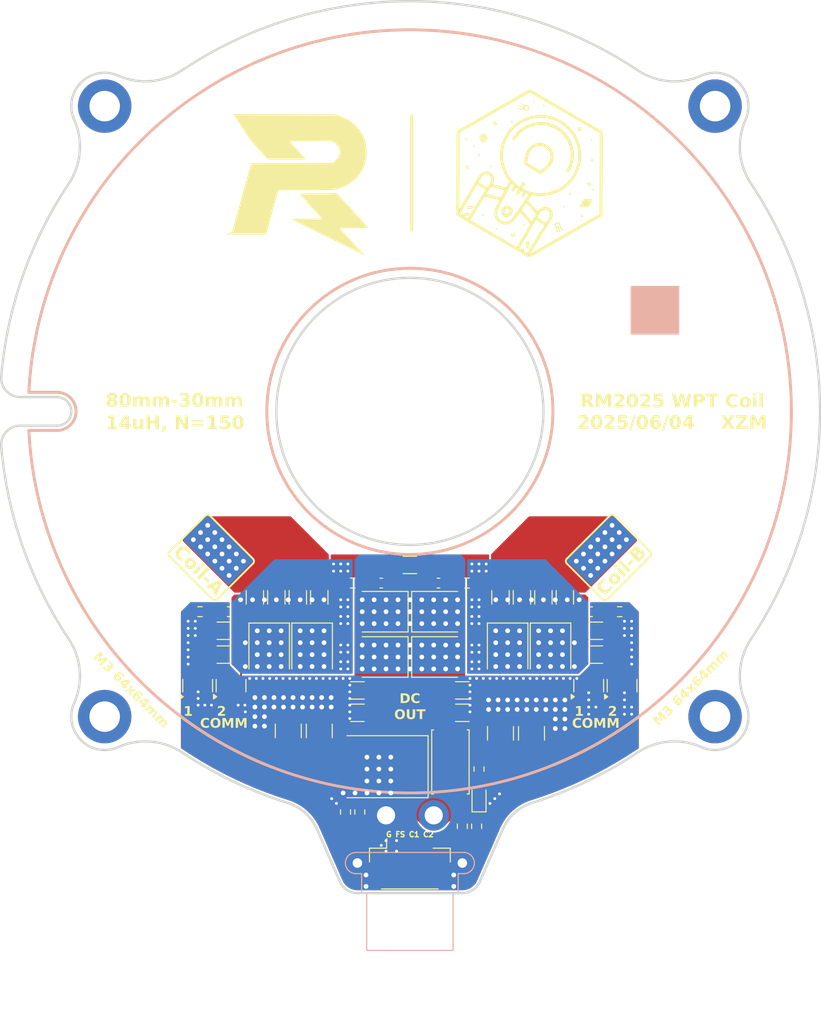
<source format=kicad_pcb>
(kicad_pcb (version 20240108) (generator "pcbnew") (generator_version "8.0")
  (layers (0 "F.Cu" signal) (31 "B.Cu" signal) (34 "B.Paste" user) (35 "F.Paste" user) (36 "B.SilkS" user "B.Silkscreen") (37 "F.SilkS" user "F.Silkscreen") (38 "B.Mask" user) (39 "F.Mask" user) (44 "Edge.Cuts" user))
  (net 0 "")
  (net 1 "ACIN_A")
  (net 2 "Coil_A")
  (net 3 "Net-(Q1-D)")
  (net 4 "ACIN_B")
  (net 5 "Net-(Q2-D)")
  (net 6 "Net-(Q7-D)")
  (net 7 "Net-(Q8-D)")
  (net 8 "GND")
  (net 9 "Net-(C12-Pad1)")
  (net 10 "Net-(C13-Pad1)")
  (net 11 "Net-(C14-Pad1)")
  (net 12 "Net-(C15-Pad1)")
  (net 13 "Coil_B")
  (net 14 "DC_OUT")
  (net 15 "/TIM8_CH2")
  (net 16 "/ACIN_SENSE")
  (net 17 "/TIM8_CH1")
  (net 18 "/COMM1")
  (net 19 "/COMM2")
  (net 20 "Net-(D7-A1)")
  (net 21 "Net-(D8-A)")
  (footprint "Capacitor_SMD:C_1206_3216Metric" (layer "F.Cu") (at 105.5 131.6)
    (property "Reference" "C25" (hide yes))
    (property "Value" "10u")
  )
  (footprint "Capacitor_SMD:C_1206_3216Metric" (layer "F.Cu") (at 94.5 129.25 180)
    (property "Reference" "C9" (hide yes))
    (property "Value" "10u")
  )
  (footprint "Resistor_SMD:R_0603_1608Metric" (layer "F.Cu") (at 94.75 142 -90)
    (property "Reference" "R11" (hide yes))
    (property "Value" "100k")
  )
  (footprint "AEX7 Others:D_PowerDI-5_3D" (layer "F.Cu") (at 104 121)
    (property "Reference" "D10" (hide yes))
    (property "Value" "SB2060L")
  )
  (footprint "Capacitor_SMD:C_1206_3216Metric" (layer "F.Cu") (at 119.5 125.5)
    (property "Reference" "C11" (hide yes))
    (property "Value" "C_comm2")
  )
  (footprint "Package_TO_SOT_SMD:SOT-23" (layer "F.Cu") (at 122.25 128.75 90)
    (property "Reference" "Q2" (hide yes))
    (property "Value" "CJ2310")
  )
  (footprint "Capacitor_SMD:C_1206_3216Metric" (layer "F.Cu") (at 114 119.5 -90)
    (property "Reference" "C17" (hide yes))
    (property "Value" "C_s")
  )
  (footprint "Capacitor_SMD:C_0603_1608Metric" (layer "F.Cu") (at 103 118 180)
    (property "Reference" "C15" (hide yes))
    (property "Value" "330p")
  )
  (footprint "Capacitor_SMD:C_0603_1608Metric" (layer "F.Cu") (at 81 121)
    (property "Reference" "C12" (hide yes))
    (property "Value" "330p")
  )
  (footprint "Capacitor_SMD:C_1210_3225Metric" (layer "F.Cu") (at 109.5 133.75 90)
    (property "Reference" "C20" (hide yes))
    (property "Value" "C")
  )
  (footprint "Capacitor_SMD:C_1206_3216Metric" (layer "F.Cu") (at 90.5 119.5 -90)
    (property "Reference" "C1" (hide yes))
    (property "Value" "C_s")
  )
  (footprint "Package_TO_SOT_SMD:SOT-23" (layer "F.Cu") (at 81.25 128.75 90)
    (property "Reference" "Q7" (hide yes))
    (property "Value" "CJ2310")
  )
  (footprint "MountingHole:MountingHole_3.2mm_M3_DIN965_Pad" (layer "F.Cu") (at 132 68.0001)
    (property "Reference" "H2" (hide yes))
    (property "Value" "M3.2")
  )
  (footprint "LED_SMD:LED_0603_1608Metric" (layer "F.Cu") (at 107.25 140.5 90)
    (property "Reference" "D8" (hide yes))
    (property "Value" "LED")
  )
  (footprint "Connector_JST:JST_GH_SM04B-GHS-TB_1x04-1MP_P1.25mm_Horizontal" (layer "F.Cu") (at 100 147.5)
    (property "Reference" "J1" (hide yes))
    (property "Value" "WPT")
  )
  (footprint "Resistor_SMD:R_0603_1608Metric" (layer "F.Cu") (at 78 121)
    (property "Reference" "R1" (hide yes))
    (property "Value" "100R")
  )
  (footprint "MountingHole:MountingHole_3.2mm_M3_DIN965_Pad" (layer "F.Cu") (at 68 68)
    (property "Reference" "H1" (hide yes))
    (property "Value" "M3.2")
  )
  (footprint "Capacitor_SMD:C_1206_3216Metric" (layer "F.Cu") (at 109.5 119.5 -90)
    (property "Reference" "C19" (hide yes))
    (property "Value" "C_s")
  )
  (footprint "Capacitor_SMD:C_0603_1608Metric" (layer "F.Cu") (at 97 118)
    (property "Reference" "C13" (hide yes))
    (property "Value" "330p")
  )
  (footprint "Capacitor_SMD:C_1206_3216Metric" (layer "F.Cu") (at 94.5 131.6 180)
    (property "Reference" "C8" (hide yes))
    (property "Value" "10u")
  )
  (footprint "Resistor_SMD:R_0603_1608Metric" (layer "F.Cu") (at 94 118)
    (property "Reference" "R2" (hide yes))
    (property "Value" "100R")
  )
  (footprint "AEX7 Others:D_PowerDI-5_3D" (layer "F.Cu") (at 104 125.75)
    (property "Reference" "D5" (hide yes))
    (property "Value" "SB2060L")
  )
  (footprint "AEX7 Others:D_PowerDI-5_3D" (layer "F.Cu") (at 89.75 126 -90)
    (property "Reference" "D1" (hide yes))
    (property "Value" "SB2060L")
  )
  (footprint "Capacitor_SMD:C_1206_3216Metric" (layer "F.Cu") (at 119.5 123)
    (property "Reference" "C6" (hide yes))
    (property "Value" "C_comm1")
  )
  (footprint "Resistor_SMD:R_0603_1608Metric" (layer "F.Cu") (at 122 121 180)
    (property "Reference" "R3" (hide yes))
    (property "Value" "100R")
  )
  (footprint "Diode_SMD:D_SMC" (layer "F.Cu") (at 97 137.25 180)
    (property "Reference" "D7" (hide yes))
    (property "Value" "SMCJ28A")
  )
  (footprint "LOGO" (layer "F.Cu") (at 88.185624 76.25)
    (property "Reference" "G***" (hide yes))
    (property "Value" "LOGO" (hide yes))
  )
  (footprint "Resistor_SMD:R_0603_1608Metric" (layer "F.Cu") (at 107 143.5 -90)
    (property "Reference" "R9" (hide yes))
    (property "Value" "33R")
  )
  (footprint "Resistor_SMD:R_0603_1608Metric" (layer "F.Cu") (at 107.25 137.5 -90)
    (property "Reference" "R12" (hide yes))
    (property "Value" "240k")
  )
  (footprint "MountingHole:MountingHole_3.2mm_M3_DIN965_Pad" (layer "F.Cu") (at 132 132)
    (property "Reference" "H4" (hide yes))
    (property "Value" "M3.2")
  )
  (footprint "Capacitor_SMD:C_1206_3216Metric" (layer "F.Cu") (at 105.5 129.25)
    (property "Reference" "C24" (hide yes))
    (property "Value" "10u")
  )
  (footprint "Capacitor_SMD:C_1210_3225Metric" (layer "F.Cu") (at 87.25 133.5 90)
    (property "Reference" "C22" (hide yes))
    (property "Value" "C")
  )
  (footprint "Capacitor_SMD:C_0603_1608Metric" (layer "F.Cu") (at 119 121 180)
    (property "Reference" "C14" (hide yes))
    (property "Value" "330p")
  )
  (footprint "Resistor_SMD:R_0603_1608Metric" (layer "F.Cu") (at 106 118 180)
    (property "Reference" "R4" (hide yes))
    (property "Value" "100R")
  )
  (footprint "Package_TO_SOT_SMD:SOT-23" (layer "F.Cu") (at 118.75 128.75 90)
    (property "Reference" "Q8" (hide yes))
    (property "Value" "CJ2310")
  )
  (footprint "AEX7 Others:D_PowerDI-5_3D" (layer "F.Cu") (at 96 121 180)
    (property "Reference" "D9" (hide yes))
    (property "Value" "SB2060L")
  )
  (footprint "Capacitor_SMD:C_1206_3216Metric" (layer "F.Cu") (at 111.75 119.5 -90)
    (property "Reference" "C18" (hide yes))
    (property "Value" "C_s")
  )
  (footprint "Fuse:Fuseholder_Littelfuse_Nano2_157x" (layer "F.Cu") (at 104.25 136.75 -90)
    (property "Reference" "F2" (hide yes))
    (property "Value" "10A")
  )
  (footprint "Package_TO_SOT_SMD:SOT-23" (layer "F.Cu") (at 77.75 128.75 90)
    (property "Reference" "Q1" (hide yes))
    (property "Value" "CJ2310")
  )
  (footprint "Capacitor_SMD:C_1210_3225Metric" (layer "F.Cu") (at 112.75 133.75 90)
    (property "Reference" "C21" (hide yes))
    (property "Value" "C")
  )
  (footprint "Capacitor_SMD:C_1206_3216Metric" (layer "F.Cu") (at 83.75 119.5 -90)
    (property "Reference" "C4" (hide yes))
    (property "Value" "C_s")
  )
  (footprint "AEX7 Others:D_PowerDI-5_3D" (layer "F.Cu") (at 85.25 126 -90)
    (property "Reference" "D3" (hide yes))
    (property "Value" "SB2060L")
  )
  (footprint "Capacitor_SMD:C_1206_3216Metric" (layer "F.Cu") (at 88.25 119.5 -90)
    (property "Reference" "C2" (hide yes))
    (property "Value" "C_s")
  )
  (footprint "AEX7 Others:D_PowerDI-5_3D" (layer "F.Cu") (at 110.25 126 -90)
    (property "Reference" "D2" (hide yes))
    (property "Value" "SB2060L")
  )
  (footprint "Resistor_SMD:R_0603_1608Metric" (layer "F.Cu") (at 105.5 143.5 -90)
    (property "Reference" "R10" (hide yes))
    (property "Value" "33R")
  )
  (footprint "AEX7 Others:D_PowerDI-5_3D" (layer "F.Cu") (at 114.75 126 -90)
    (property "Reference" "D6" (hide yes))
    (property "Value" "SB2060L")
  )
  (footprint "Capacitor_SMD:C_1206_3216Metric" (layer "F.Cu") (at 100 116.1)
    (property "Reference" "C7" (hide yes))
    (property "Value" "C_det")
  )
  (footprint "Capacitor_SMD:C_1210_3225Metric" (layer "F.Cu") (at 90.5 133.5 90)
    (property "Reference" "C23" (hide yes))
    (property "Value" "C")
  )
  (footprint "Capacitor_SMD:C_1206_3216Metric" (layer "F.Cu") (at 86 119.5 -90)
    (property "Reference" "C3" (hide yes))
    (property "Value" "C_s")
  )
  (footprint "LOGO" (layer "F.Cu") (at 112.185624 74.5)
    (property "Reference" "G***" (hide yes))
    (property "Value" "LOGO" (hide yes))
  )
  (footprint "Capacitor_SMD:C_1206_3216Metric" (layer "F.Cu") (at 80.5 123 180)
    (property "Reference" "C5" (hide yes))
    (property "Value" "C_comm1")
  )
  (footprint "Capacitor_SMD:C_1206_3216Metric" (layer "F.Cu") (at 80.5 125.5 180)
    (property "Reference" "C10" (hide yes))
    (property "Value" "C_comm2")
  )
  (footprint "MountingHole:MountingHole_3.2mm_M3_DIN965_Pad" (layer "F.Cu") (at 68 132)
    (property "Reference" "H3" (hide yes))
    (property "Value" "M3.2")
  )
  (footprint "AEX7 Others:D_PowerDI-5_3D" (layer "F.Cu") (at 96 125.75 180)
    (property "Reference" "D4" (hide yes))
    (property "Value" "SB2060L")
  )
  (footprint "Resistor_SMD:R_0603_1608Metric" (layer "F.Cu") (at 93.25 142 -90)
    (property "Reference" "R5" (hide yes))
    (property "Value" "10k")
  )
  (footprint "Capacitor_SMD:C_1206_3216Metric" (layer "F.Cu") (at 116.25 119.5 -90)
    (property "Reference" "C16" (hide yes))
    (property "Value" "C_s")
  )
  (footprint "RM25:AMASS_XT30PW-F_Horizontal" (layer "B.Cu") (at 97.5 142.35)
    (property "Reference" "J2" (hide yes))
    (property "Value" "Conn_01x02_MountingPin")
  )
  (gr_arc (start 100 60) (mid 128.982751 127.568099) (end 60.050031 101.999998) (stroke (width 0.3)) (layer "B.SilkS"))
  (gr_arc (start 60.049999 97.9998) (mid 72.431945 71.017148) (end 100 59.999958) (stroke (width 0.3)) (layer "B.SilkS"))
  (gr_line (start 63 98) (end 60.049999 97.9998) (stroke (width 0.3)) (layer "B.SilkS"))
  (gr_rect (start 123.2 86.9) (end 128.2 91.9) (stroke (width 0.1)) (fill solid) (layer "B.SilkS"))
  (gr_circle (center 100 100) (end 115 100) (stroke (width 0.3)) (fill none) (layer "B.SilkS"))
  (gr_arc (start 63 98) (mid 65.0001 100.0001) (end 63 102.0002) (stroke (width 0.3)) (layer "B.SilkS"))
  (gr_line (start 63 102.0002) (end 60.049999 102) (stroke (width 0.3)) (layer "B.SilkS"))
  (gr_arc (start 78.55 110.95) (mid 78.8 110.846447) (end 79.05 110.95) (stroke (width 0.2)) (layer "F.SilkS"))
  (gr_line (start 125.2 114.7) (end 121.45 110.95) (stroke (width 0.2)) (layer "F.SilkS"))
  (gr_arc (start 116.45 115.95) (mid 116.346447 115.7) (end 116.45 115.45) (stroke (width 0.2)) (layer "F.SilkS"))
  (gr_arc (start 125.2 114.7) (mid 125.303553 114.95) (end 125.2 115.2) (stroke (width 0.2)) (layer "F.SilkS"))
  (gr_line (start 79.8 119.7) (end 83.55 115.95) (stroke (width 0.2)) (layer "F.SilkS"))
  (gr_arc (start 79.8 119.7) (mid 79.55 119.803553) (end 79.3 119.7) (stroke (width 0.2)) (layer "F.SilkS"))
  (gr_circle (center 100 100) (end 85 100) (stroke (width 0.3)) (fill none) (layer "F.SilkS"))
  (gr_arc (start 74.8 115.2) (mid 74.696447 114.95) (end 74.8 114.7) (stroke (width 0.2)) (layer "F.SilkS"))
  (gr_line (start 63 98) (end 60.05 97.9998) (stroke (width 0.3)) (layer "F.SilkS"))
  (gr_arc (start 120.95 110.95) (mid 121.2 110.846447) (end 121.45 110.95) (stroke (width 0.2)) (layer "F.SilkS"))
  (gr_line (start 79.05 110.95) (end 83.55 115.45) (stroke (width 0.2)) (layer "F.SilkS"))
  (gr_line (start 120.2 119.7) (end 116.45 115.95) (stroke (width 0.2)) (layer "F.SilkS"))
  (gr_line (start 116.45 115.45) (end 120.95 110.95) (stroke (width 0.2)) (layer "F.SilkS"))
  (gr_line (start 63 101.999798) (end 60.050031 101.999998) (stroke (width 0.3)) (layer "F.SilkS"))
  (gr_line (start 120.7 119.7) (end 125.2 115.2) (stroke (width 0.2)) (layer "F.SilkS"))
  (gr_arc (start 60.05 97.9998) (mid 72.431946 71.017148) (end 100 59.999958) (stroke (width 0.3)) (layer "F.SilkS"))
  (gr_line (start 74.8 115.2) (end 79.3 119.7) (stroke (width 0.2)) (layer "F.SilkS"))
  (gr_arc (start 83.55 115.45) (mid 83.653553 115.7) (end 83.55 115.95) (stroke (width 0.2)) (layer "F.SilkS"))
  (gr_arc (start 84.931645 137.0533) (mid 67.381933 123.153059) (end 60.05 102) (stroke (width 0.3)) (layer "F.SilkS"))
  (gr_line (start 74.8 114.7) (end 78.55 110.95) (stroke (width 0.2)) (layer "F.SilkS"))
  (gr_arc (start 120.7 119.7) (mid 120.45 119.803553) (end 120.2 119.7) (stroke (width 0.2)) (layer "F.SilkS"))
  (gr_arc (start 100 60) (mid 139.260558 92.344376) (end 115.028204 137.069571) (stroke (width 0.3)) (layer "F.SilkS"))
  (gr_arc (start 63 97.9999) (mid 65.0001 100) (end 63 102.0001) (stroke (width 0.3)) (layer "F.SilkS"))
  (gr_line (start 100.185624 81) (end 100.185624 69) (stroke (width 0.3)) (layer "F.SilkS"))
  (gr_arc (start 64.800719 69.419356) (mid 65.376681 72.854471) (end 64.225839 76.141919) (stroke (width 0.25)) (layer "Edge.Cuts"))
  (gr_circle (center 100.00001 100.000013) (end 114.00001 100.000013) (stroke (width 0.25)) (fill none) (layer "Edge.Cuts"))
  (gr_arc (start 76.141916 64.225842) (mid 100.00001 57.000013) (end 123.858104 64.225842) (stroke (width 0.25)) (layer "Edge.Cuts"))
  (gr_arc (start 123.858104 135.774184) (mid 127.145552 134.623343) (end 130.580667 135.199304) (stroke (width 0.25)) (layer "Edge.Cuts"))
  (gr_arc (start 59.149674 98.500013) (mid 57.676333 97.852517) (end 57.156974 96.329281) (stroke (width 0.25)) (layer "Edge.Cuts"))
  (gr_arc (start 130.580667 64.800722) (mid 127.145552 65.376684) (end 123.858104 64.225842) (stroke (width 0.25)) (layer "Edge.Cuts"))
  (gr_arc (start 69.419353 135.199304) (mid 65.525136 134.474887) (end 64.800719 130.58067) (stroke (width 0.25)) (layer "Edge.Cuts"))
  (gr_arc (start 107.331827 149.302788) (mid 106.594188 150.174162) (end 105.50001 150.500013) (stroke (width 0.25)) (layer "Edge.Cuts"))
  (gr_arc (start 69.419353 135.199304) (mid 72.854468 134.623342) (end 76.141916 135.774184) (stroke (width 0.25)) (layer "Edge.Cuts"))
  (gr_arc (start 76.141916 64.225842) (mid 72.854468 65.376684) (end 69.419353 64.800722) (stroke (width 0.25)) (layer "Edge.Cuts"))
  (gr_arc (start 109.740152 143.807337) (mid 110.984036 142.08958) (end 112.82806 141.041957) (stroke (width 0.25)) (layer "Edge.Cuts"))
  (gr_line (start 63.00001 101.500013) (end 59.149674 101.500013) (stroke (width 0.25)) (layer "Edge.Cuts"))
  (gr_arc (start 57.156974 96.329281) (mid 59.416162 85.789057) (end 64.225839 76.141919) (stroke (width 0.25)) (layer "Edge.Cuts"))
  (gr_line (start 59.149674 98.500013) (end 63.00001 98.500013) (stroke (width 0.25)) (layer "Edge.Cuts"))
  (gr_arc (start 135.774181 76.141919) (mid 143.00001 100.000013) (end 135.774181 123.858107) (stroke (width 0.25)) (layer "Edge.Cuts"))
  (gr_arc (start 64.225839 123.858107) (mid 65.376681 127.145555) (end 64.800719 130.58067) (stroke (width 0.25)) (layer "Edge.Cuts"))
  (gr_arc (start 135.774181 76.141919) (mid 134.62334 72.854471) (end 135.199301 69.419356) (stroke (width 0.25)) (layer "Edge.Cuts"))
  (gr_arc (start 135.199301 130.58067) (mid 134.623339 127.145555) (end 135.774181 123.858107) (stroke (width 0.25)) (layer "Edge.Cuts"))
  (gr_arc (start 94.500011 150.500013) (mid 93.405833 150.174162) (end 92.668193 149.302788) (stroke (width 0.25)) (layer "Edge.Cuts"))
  (gr_arc (start 130.580667 64.800722) (mid 134.474883 65.52514) (end 135.199301 69.419356) (stroke (width 0.25)) (layer "Edge.Cuts"))
  (gr_arc (start 64.800719 69.419356) (mid 65.525136 65.525139) (end 69.419353 64.800722) (stroke (width 0.25)) (layer "Edge.Cuts"))
  (gr_arc (start 87.17196 141.041957) (mid 89.015986 142.089578) (end 90.259868 143.807338) (stroke (width 0.25)) (layer "Edge.Cuts"))
  (gr_arc (start 64.225839 123.858107) (mid 59.416162 114.210969) (end 57.156974 103.670745) (stroke (width 0.25)) (layer "Edge.Cuts"))
  (gr_arc (start 123.858104 135.774184) (mid 118.531217 138.802002) (end 112.82806 141.041957) (stroke (width 0.25)) (layer "Edge.Cuts"))
  (gr_arc (start 57.156974 103.670745) (mid 57.676333 102.147509) (end 59.149674 101.500013) (stroke (width 0.25)) (layer "Edge.Cuts"))
  (gr_arc (start 135.199301 130.58067) (mid 134.474883 134.474886) (end 130.580667 135.199304) (stroke (width 0.25)) (layer "Edge.Cuts"))
  (gr_line (start 90.259868 143.807338) (end 92.668193 149.302788) (stroke (width 0.25)) (layer "Edge.Cuts"))
  (gr_arc (start 87.17196 141.041957) (mid 81.468802 138.802002) (end 76.141916 135.774184) (stroke (width 0.25)) (layer "Edge.Cuts"))
  (gr_line (start 107.331827 149.302788) (end 109.740152 143.807337) (stroke (width 0.25)) (layer "Edge.Cuts"))
  (gr_line (start 94.500011 150.500013) (end 105.50001 150.500013) (stroke (width 0.25)) (layer "Edge.Cuts"))
  (gr_arc (start 63.00001 98.500013) (mid 64.50001 100.000013) (end 63.00001 101.500013) (stroke (width 0.25)) (layer "Edge.Cuts"))
  (gr_text "1" (at 117.75 131.5 0) (layer "F.SilkS") (effects (font (size 1 1) (thickness 0.2) (bold yes))))
  (gr_text "COMM" (at 119.5 132.75 0) (layer "F.SilkS") (effects (font (size 1 1) (thickness 0.2) (bold yes))))
  (gr_text "Coil-A" (at 77.8 116.7 315) (layer "F.SilkS") (effects (font (size 1.4 1.4) (thickness 0.2) (bold yes))))
  (gr_text "RM2025 WPT Coil" (at 127.5 99 0) (layer "F.SilkS") (effects (font (size 1.4 1.4) (thickness 0.2) (bold yes))))
  (gr_text "2025/06/04    XZM" (at 127.5 101.25 0) (layer "F.SilkS") (effects (font (size 1.4 1.4) (thickness 0.2) (bold yes))))
  (gr_text "M3 64x64mm" (at 129.5 129 45) (layer "F.SilkS") (effects (font (size 1 1) (thickness 0.2) (bold yes))))
  (gr_text "80mm-30mm\n14uH, N=150" (at 68.1 102.1 0) (layer "F.SilkS") (effects (font (size 1.4 1.4) (thickness 0.2) (bold yes)) (justify left bottom)))
  (gr_text "DC\nOUT" (at 100 131 0) (layer "F.SilkS") (effects (font (size 1 1) (thickness 0.2) (bold yes))))
  (gr_text "G FS C1 C2" (at 100 144.35 0) (layer "F.SilkS") (effects (font (size 0.55 0.55) (thickness 0.1375) (bold yes))))
  (gr_text "1" (at 76.75 131.5 0) (layer "F.SilkS") (effects (font (size 1 1) (thickness 0.2) (bold yes))))
  (gr_text "COMM" (at 80.5 132.75 0) (layer "F.SilkS") (effects (font (size 1 1) (thickness 0.2) (bold yes))))
  (gr_text "2" (at 121.25 131.5 0) (layer "F.SilkS") (effects (font (size 1 1) (thickness 0.2) (bold yes))))
  (gr_text "2" (at 80.25 131.5 0) (layer "F.SilkS") (effects (font (size 1 1) (thickness 0.2) (bold yes))))
  (gr_text "Coil-B" (at 122.2 116.75 45) (layer "F.SilkS") (effects (font (size 1.4 1.4) (thickness 0.2) (bold yes))))
  (gr_text "M3 64x64mm" (at 70.75 129.25 315) (layer "F.SilkS") (effects (font (size 1 1) (thickness 0.2) (bold yes))))
  (gr_text "" (at 57.149673 158.770009 0) (layer "Edge.Cuts") (effects (font (size 4.83362 3.04518) (thickness 0.604202)) (justify left top)))
  (segment (start 92.9 142) (end 93.518414 142) (width 0.2) (layer "F.Cu") (net 1))
  (segment (start 81.65 131.95) (end 91.3 141.6) (width 0.2) (layer "F.Cu") (net 1))
  (segment (start 84.12 124.88) (end 82.3 126.7) (width 0.2) (layer "F.Cu") (net 1))
  (segment (start 81.989375 128.510626) (end 81.6 128.9) (width 0.2) (layer "F.Cu") (net 1))
  (segment (start 81.3 129.624264) (end 81.3 131.105026) (width 0.2) (layer "F.Cu") (net 1))
  (segment (start 92.265685 142) (end 92.9 142) (width 0.2) (layer "F.Cu") (net 1))
  (segment (start 85.25 124.88) (end 84.12 124.88) (width 0.2) (layer "F.Cu") (net 1))
  (segment (start 94.2125 141.7125) (end 94.75 141.175) (width 0.2) (layer "F.Cu") (net 1))
  (segment (start 82.3 126.7) (end 82.3 127.760711) (width 0.2) (layer "F.Cu") (net 1))
  (via (at 93.5 122.25) (size 0.5) (drill 0.3) (layers "F.Cu" "B.Cu") (net 1))
  (via (at 93.5 119.75) (size 0.5) (drill 0.3) (layers "F.Cu" "B.Cu") (net 1))
  (via (at 93.5 120.5) (size 0.5) (drill 0.3) (layers "F.Cu" "B.Cu") (net 1))
  (via (at 89.75 126.75) (size 0.8) (drill 0.5) (layers "F.Cu" "B.Cu") (net 1))
  (via (at 92.75 119.75) (size 0.5) (drill 0.3) (layers "F.Cu" "B.Cu") (net 1))
  (via (at 92.75 120.5) (size 0.5) (drill 0.3) (layers "F.Cu" "B.Cu") (net 1))
  (via (at 84 125.5) (size 0.8) (drill 0.5) (layers "F.Cu" "B.Cu") (net 1))
  (via (at 93.5 116.75) (size 0.5) (drill 0.3) (layers "F.Cu" "B.Cu") (net 1))
  (via (at 89.75 124.25) (size 0.8) (drill 0.5) (layers "F.Cu" "B.Cu") (net 1))
  (via (at 82.75 126.75) (size 0.8) (drill 0.5) (layers "F.Cu" "B.Cu") (net 1))
  (via (at 86.5 124.25) (size 0.8) (drill 0.5) (layers "F.Cu" "B.Cu") (net 1))
  (via (at 91 124.25) (size 0.8) (drill 0.5) (layers "F.Cu" "B.Cu") (net 1))
  (via (at 86 119.75) (size 0.8) (drill 0.5) (layers "F.Cu" "B.Cu") (net 1))
  (via (at 91 119.75) (size 0.8) (drill 0.5) (layers "F.Cu" "B.Cu") (net 1))
  (via (at 91 126.75) (size 0.8) (drill 0.5) (layers "F.Cu" "B.Cu") (net 1))
  (via (at 82.75 124.25) (size 0.8) (drill 0.5) (layers "F.Cu" "B.Cu") (net 1))
  (via (at 93.5 121.5) (size 0.5) (drill 0.3) (layers "F.Cu" "B.Cu") (net 1))
  (via (at 89.75 119.75) (size 0.8) (drill 0.5) (layers "F.Cu" "B.Cu") (net 1))
  (via (at 92.75 116.75) (size 0.5) (drill 0.3) (layers "F.Cu" "B.Cu") (net 1))
  (via (at 92.75 127) (size 0.5) (drill 0.3) (layers "F.Cu" "B.Cu") (net 1))
  (via (at 92.75 124.5) (size 0.5) (drill 0.3) (layers "F.Cu" "B.Cu") (net 1))
  (via (at 88.5 124.25) (size 0.8) (drill 0.5) (layers "F.Cu" "B.Cu") (net 1))
  (via (at 89.75 125.5) (size 0.8) (drill 0.5) (layers "F.Cu" "B.Cu") (net 1))
  (via (at 86.5 126.75) (size 0.8) (drill 0.5) (layers "F.Cu" "B.Cu") (net 1))
  (via (at 92.75 126.25) (size 0.5) (drill 0.3) (layers "F.Cu" "B.Cu") (net 1))
  (via (at 93.5 116) (size 0.5) (drill 0.3) (layers "F.Cu" "B.Cu") (net 1))
  (via (at 93.5 125.25) (size 0.5) (drill 0.3) (layers "F.Cu" "B.Cu") (net 1))
  (via (at 88.5 123) (size 0.8) (drill 0.5) (layers "F.Cu" "B.Cu") (net 1))
  (via (at 91 123) (size 0.8) (drill 0.5) (layers "F.Cu" "B.Cu") (net 1))
  (via (at 93.5 127) (size 0.5) (drill 0.3) (layers "F.Cu" "B.Cu") (net 1))
  (via (at 93.5 124.5) (size 0.5) (drill 0.3) (layers "F.Cu" "B.Cu") (net 1))
  (via (at 85.25 123) (size 0.8) (drill 0.5) (layers "F.Cu" "B.Cu") (net 1))
  (via (at 85.25 124.25) (size 0.8) (drill 0.5) (layers "F.Cu" "B.Cu") (net 1))
  (via (at 84 126.75) (size 0.8) (drill 0.5) (layers "F.Cu" "B.Cu") (net 1))
  (via (at 92.75 116) (size 0.5) (drill 0.3) (layers "F.Cu" "B.Cu") (net 1))
  (via (at 85.25 126.75) (size 0.8) (drill 0.5) (layers "F.Cu" "B.Cu") (net 1))
  (via (at 84 124.25) (size 0.8) (drill 0.5) (layers "F.Cu" "B.Cu") (net 1))
  (via (at 88.5 119.75) (size 0.8) (drill 0.5) (layers "F.Cu" "B.Cu") (net 1))
  (via (at 91 125.5) (size 0.8) (drill 0.5) (layers "F.Cu" "B.Cu") (net 1))
  (via (at 83.5 119.75) (size 0.8) (drill 0.5) (layers "F.Cu" "B.Cu") (net 1))
  (via (at 86.5 125.5) (size 0.8) (drill 0.5) (layers "F.Cu" "B.Cu") (net 1))
  (via (at 85.25 125.5) (size 0.8) (drill 0.5) (layers "F.Cu" "B.Cu") (net 1))
  (via (at 86.5 123) (size 0.8) (drill 0.5) (layers "F.Cu" "B.Cu") (net 1))
  (via (at 92.75 122.25) (size 0.5) (drill 0.3) (layers "F.Cu" "B.Cu") (net 1))
  (via (at 84 123) (size 0.8) (drill 0.5) (layers "F.Cu" "B.Cu") (net 1))
  (via (at 93.5 126.25) (size 0.5) (drill 0.3) (layers "F.Cu" "B.Cu") (net 1))
  (via (at 87.25 119.75) (size 0.8) (drill 0.5) (layers "F.Cu" "B.Cu") (net 1))
  (via (at 92 116.75) (size 0.5) (drill 0.3) (layers "F.Cu" "B.Cu") (net 1))
  (via (at 88.5 125.5) (size 0.8) (drill 0.5) (layers "F.Cu" "B.Cu") (net 1))
  (via (at 92.75 121.5) (size 0.5) (drill 0.3) (layers "F.Cu" "B.Cu") (net 1))
  (via (at 84.75 119.75) (size 0.8) (drill 0.5) (layers "F.Cu" "B.Cu") (net 1))
  (via (at 92.75 125.25) (size 0.5) (drill 0.3) (layers "F.Cu" "B.Cu") (net 1))
  (via (at 88.5 126.75) (size 0.8) (drill 0.5) (layers "F.Cu" "B.Cu") (net 1))
  (via (at 92 116) (size 0.5) (drill 0.3) (layers "F.Cu" "B.Cu") (net 1))
  (via (at 89.75 123) (size 0.8) (drill 0.5) (layers "F.Cu" "B.Cu") (net 1))
  (via (at 82.25 119.75) (size 0.8) (drill 0.5) (layers "F.Cu" "B.Cu") (net 1))
  (arc (start 91.3 141.6) (mid 91.74306 141.896043) (end 92.265685 142) (width 0.2) (layer "F.Cu") (net 1))
  (arc (start 81.3 131.105026) (mid 81.390962 131.562322) (end 81.65 131.95) (width 0.2) (layer "F.Cu") (net 1))
  (arc (start 82.3 127.760711) (mid 82.219271 128.166562) (end 81.989375 128.510626) (width 0.2) (layer "F.Cu") (net 1))
  (arc (start 81.6 128.9) (mid 81.377967 129.232296) (end 81.3 129.624264) (width 0.2) (layer "F.Cu") (net 1))
  (arc (start 93.518414 142) (mid 93.894051 141.925281) (end 94.2125 141.7125) (width 0.2) (layer "F.Cu") (net 1))
  (via (at 80.3 114.95) (size 0.8) (drill 0.5) (layers "F.Cu" "B.Cu") (net 2))
  (via (at 78.8 113.45) (size 0.8) (drill 0.5) (layers "F.Cu" "B.Cu") (net 2))
  (via (at 78.8 114.95) (size 0.8) (drill 0.5) (layers "F.Cu" "B.Cu") (net 2))
  (via (at 80.3 116.45) (size 0.8) (drill 0.5) (layers "F.Cu" "B.Cu") (net 2))
  (via (at 78.05 112.7) (size 0.8) (drill 0.5) (layers "F.Cu" "B.Cu") (net 2))
  (via (at 79.55 112.7) (size 0.8) (drill 0.5) (layers "F.Cu" "B.Cu") (net 2))
  (via (at 81.05 115.7) (size 0.8) (drill 0.5) (layers "F.Cu" "B.Cu") (net 2))
  (via (at 81.05 114.2) (size 0.8) (drill 0.5) (layers "F.Cu" "B.Cu") (net 2))
  (via (at 80.3 113.45) (size 0.8) (drill 0.5) (layers "F.Cu" "B.Cu") (net 2))
  (via (at 79.55 114.2) (size 0.8) (drill 0.5) (layers "F.Cu" "B.Cu") (net 2))
  (via (at 81.8 116.45) (size 0.8) (drill 0.5) (layers "F.Cu" "B.Cu") (net 2))
  (via (at 81.05 117.2) (size 0.8) (drill 0.5) (layers "F.Cu" "B.Cu") (net 2))
  (via (at 77.3 113.45) (size 0.8) (drill 0.5) (layers "F.Cu" "B.Cu") (net 2))
  (via (at 78.8 111.95) (size 0.8) (drill 0.5) (layers "F.Cu" "B.Cu") (net 2))
  (via (at 82.55 115.7) (size 0.8) (drill 0.5) (layers "F.Cu" "B.Cu") (net 2))
  (via (at 81.8 114.95) (size 0.8) (drill 0.5) (layers "F.Cu" "B.Cu") (net 2))
  (via (at 79.55 115.7) (size 0.8) (drill 0.5) (layers "F.Cu" "B.Cu") (net 2))
  (via (at 78.05 114.2) (size 0.8) (drill 0.5) (layers "F.Cu" "B.Cu") (net 2))
  (segment (start 79.025 123.275) (end 79.025 123) (width 0.6) (layer "F.Cu") (net 3))
  (segment (start 78.3 124) (end 79.025 123.275) (width 0.6) (layer "F.Cu") (net 3))
  (segment (start 77.75 127.8125) (end 77.75 125.6) (width 0.6) (layer "F.Cu") (net 3))
  (segment (start 77.75 125.6) (end 77.75 125.327817) (width 0.6) (layer "F.Cu") (net 3))
  (arc (start 77.75 125.327817) (mid 77.89294 124.609208) (end 78.3 124) (width 0.6) (layer "F.Cu") (net 3))
  (via (at 116 123) (size 0.8) (drill 0.5) (layers "F.Cu" "B.Cu") (net 4))
  (via (at 106.5 124.5) (size 0.5) (drill 0.3) (layers "F.Cu" "B.Cu") (net 4))
  (via (at 106.5 125.25) (size 0.5) (drill 0.3) (layers "F.Cu" "B.Cu") (net 4))
  (via (at 106.5 119.75) (size 0.5) (drill 0.3) (layers "F.Cu" "B.Cu") (net 4))
  (via (at 107.25 127) (size 0.5) (drill 0.3) (layers "F.Cu" "B.Cu") (net 4))
  (via (at 106.5 116.75) (size 0.5) (drill 0.3) (layers "F.Cu" "B.Cu") (net 4))
  (via (at 111.5 119.75) (size 0.8) (drill 0.5) (layers "F.Cu" "B.Cu") (net 4))
  (via (at 107.25 116) (size 0.5) (drill 0.3) (layers "F.Cu" "B.Cu") (net 4))
  (via (at 107.25 126.25) (size 0.5) (drill 0.3) (layers "F.Cu" "B.Cu") (net 4))
  (via (at 107.25 119.75) (size 0.5) (drill 0.3) (layers "F.Cu" "B.Cu") (net 4))
  (via (at 113.5 123) (size 0.8) (drill 0.5) (layers "F.Cu" "B.Cu") (net 4))
  (via (at 113.5 124.25) (size 0.8) (drill 0.5) (layers "F.Cu" "B.Cu") (net 4))
  (via (at 116 125.5) (size 0.8) (drill 0.5) (layers "F.Cu" "B.Cu") (net 4))
  (via (at 117.75 119.75) (size 0.8) (drill 0.5) (layers "F.Cu" "B.Cu") (net 4))
  (via (at 114.75 124.25) (size 0.8) (drill 0.5) (layers "F.Cu" "B.Cu") (net 4))
  (via (at 107.25 124.5) (size 0.5) (drill 0.3) (layers "F.Cu" "B.Cu") (net 4))
  (via (at 107.25 121.5) (size 0.5) (drill 0.3) (layers "F.Cu" "B.Cu") (net 4))
  (via (at 107.25 120.5) (size 0.5) (drill 0.3) (layers "F.Cu" "B.Cu") (net 4))
  (via (at 109 125.5) (size 0.8) (drill 0.5) (layers "F.Cu" "B.Cu") (net 4))
  (via (at 110.25 126.75) (size 0.8) (drill 0.5) (layers "F.Cu" "B.Cu") (net 4))
  (via (at 109 123) (size 0.8) (drill 0.5) (layers "F.Cu" "B.Cu") (net 4))
  (via (at 106.5 127) (size 0.5) (drill 0.3) (layers "F.Cu" "B.Cu") (net 4))
  (via (at 110.25 125.5) (size 0.8) (drill 0.5) (layers "F.Cu" "B.Cu") (net 4))
  (via (at 114.75 125.5) (size 0.8) (drill 0.5) (layers "F.Cu" "B.Cu") (net 4))
  (via (at 110.25 124.25) (size 0.8) (drill 0.5) (layers "F.Cu" "B.Cu") (net 4))
  (via (at 116.5 119.75) (size 0.8) (drill 0.5) (layers "F.Cu" "B.Cu") (net 4))
  (via (at 107.25 122.25) (size 0.5) (drill 0.3) (layers "F.Cu" "B.Cu") (net 4))
  (via (at 107.25 125.25) (size 0.5) (drill 0.3) (layers "F.Cu" "B.Cu") (net 4))
  (via (at 116 124.25) (size 0.8) (drill 0.5) (layers "F.Cu" "B.Cu") (net 4))
  (via (at 111.5 125.5) (size 0.8) (drill 0.5) (layers "F.Cu" "B.Cu") (net 4))
  (via (at 108 116) (size 0.5) (drill 0.3) (layers "F.Cu" "B.Cu") (net 4))
  (via (at 107.25 116.75) (size 0.5) (drill 0.3) (layers "F.Cu" "B.Cu") (net 4))
  (via (at 110.25 119.75) (size 0.8) (drill 0.5) (layers "F.Cu" "B.Cu") (net 4))
  (via (at 109 119.75) (size 0.8) (drill 0.5) (layers "F.Cu" "B.Cu") (net 4))
  (via (at 109 126.75) (size 0.8) (drill 0.5) (layers "F.Cu" "B.Cu") (net 4))
  (via (at 106.5 120.5) (size 0.5) (drill 0.3) (layers "F.Cu" "B.Cu") (net 4))
  (via (at 110.25 123) (size 0.8) (drill 0.5) (layers "F.Cu" "B.Cu") (net 4))
  (via (at 113.5 125.5) (size 0.8) (drill 0.5) (layers "F.Cu" "B.Cu") (net 4))
  (via (at 114 119.75) (size 0.8) (drill 0.5) (layers "F.Cu" "B.Cu") (net 4))
  (via (at 111.5 124.25) (size 0.8) (drill 0.5) (layers "F.Cu" "B.Cu") (net 4))
  (via (at 106.5 126.25) (size 0.5) (drill 0.3) (layers "F.Cu" "B.Cu") (net 4))
  (via (at 114.75 126.75) (size 0.8) (drill 0.5) (layers "F.Cu" "B.Cu") (net 4))
  (via (at 115.25 119.75) (size 0.8) (drill 0.5) (layers "F.Cu" "B.Cu") (net 4))
  (via (at 113.5 126.75) (size 0.8) (drill 0.5) (layers "F.Cu" "B.Cu") (net 4))
  (via (at 111.5 126.75) (size 0.8) (drill 0.5) (layers "F.Cu" "B.Cu") (net 4))
  (via (at 116 126.75) (size 0.8) (drill 0.5) (layers "F.Cu" "B.Cu") (net 4))
  (via (at 117.25 124.25) (size 0.8) (drill 0.5) (layers "F.Cu" "B.Cu") (net 4))
  (via (at 106.5 122.25) (size 0.5) (drill 0.3) (layers "F.Cu" "B.Cu") (net 4))
  (via (at 106.5 116) (size 0.5) (drill 0.3) (layers "F.Cu" "B.Cu") (net 4))
  (via (at 111.5 123) (size 0.8) (drill 0.5) (layers "F.Cu" "B.Cu") (net 4))
  (via (at 112.75 119.75) (size 0.8) (drill 0.5) (layers "F.Cu" "B.Cu") (net 4))
  (via (at 106.5 121.5) (size 0.5) (drill 0.3) (layers "F.Cu" "B.Cu") (net 4))
  (via (at 114.75 123) (size 0.8) (drill 0.5) (layers "F.Cu" "B.Cu") (net 4))
  (via (at 109 124.25) (size 0.8) (drill 0.5) (layers "F.Cu" "B.Cu") (net 4))
  (via (at 117.25 126.75) (size 0.8) (drill 0.5) (layers "F.Cu" "B.Cu") (net 4))
  (via (at 108 116.75) (size 0.5) (drill 0.3) (layers "F.Cu" "B.Cu") (net 4))
  (segment (start 121.69375 124.00625) (end 120.975 123.2875) (width 0.6) (layer "F.Cu") (net 5))
  (segment (start 122.25 127.8125) (end 122.25 125.349156) (width 0.6) (layer "F.Cu") (net 5))
  (segment (start 120.975 123.2875) (end 120.975 123) (width 0.6) (layer "F.Cu") (net 5))
  (arc (start 122.25 125.349156) (mid 122.105435 124.62238) (end 121.69375 124.00625) (width 0.6) (layer "F.Cu") (net 5))
  (segment (start 81.25 127.8125) (end 79.8375 127.8125) (width 0.6) (layer "F.Cu") (net 6))
  (segment (start 79.025 127) (end 79.025 125.5) (width 0.6) (layer "F.Cu") (net 6))
  (arc (start 79.8375 127.8125) (mid 79.262976 127.574524) (end 79.025 127) (width 0.6) (layer "F.Cu") (net 6))
  (segment (start 119.8 127.8125) (end 120.1625 127.8125) (width 0.6) (layer "F.Cu") (net 7))
  (segment (start 120.975 127) (end 120.975 125.5) (width 0.6) (layer "F.Cu") (net 7))
  (segment (start 118.75 127.8125) (end 119.8 127.8125) (width 0.6) (layer "F.Cu") (net 7))
  (arc (start 120.1625 127.8125) (mid 120.737024 127.574524) (end 120.975 127) (width 0.6) (layer "F.Cu") (net 7))
  (via (at 83.9 128) (size 0.5) (drill 0.3) (layers "F.Cu" "B.Cu") (net 8))
  (via (at 90.75 130) (size 0.8) (drill 0.5) (layers "F.Cu" "B.Cu") (net 8))
  (via (at 82.7 130.8) (size 0.5) (drill 0.3) (layers "F.Cu" "B.Cu") (net 8))
  (via (at 92.3 128) (size 0.5) (drill 0.3) (layers "F.Cu" "B.Cu") (net 8))
  (via (at 110.5 128) (size 0.5) (drill 0.3) (layers "F.Cu" "B.Cu") (net 8))
  (via (at 111.9 128) (size 0.5) (drill 0.3) (layers "F.Cu" "B.Cu") (net 8))
  (via (at 123.25 124.25) (size 0.5) (drill 0.3) (layers "F.Cu" "B.Cu") (net 8))
  (via (at 116.25 131.25) (size 0.8) (drill 0.5) (layers "F.Cu" "B.Cu") (net 8))
  (via (at 93 128) (size 0.5) (drill 0.3) (layers "F.Cu" "B.Cu") (net 8))
  (via (at 88.1 128) (size 0.5) (drill 0.3) (layers "F.Cu" "B.Cu") (net 8))
  (via (at 98 136.25) (size 0.8) (drill 0.5) (layers "F.Cu" "B.Cu") (net 8))
  (via (at 113.25 131.25) (size 0.8) (drill 0.5) (layers "F.Cu" "B.Cu") (net 8))
  (via (at 77.5 122.75) (size 0.5) (drill 0.3) (layers "F.Cu" "B.Cu") (net 8))
  (via (at 109.1 128) (size 0.5) (drill 0.3) (layers "F.Cu" "B.Cu") (net 8))
  (via (at 96.75 137.5) (size 0.8) (drill 0.5) (layers "F.Cu" "B.Cu") (net 8))
  (via (at 114.25 131.25) (size 0.8) (drill 0.5) (layers "F.Cu" "B.Cu") (net 8))
  (via (at 108.9 140.6) (size 0.5) (drill 0.3) (layers "F.Cu" "B.Cu") (net 8))
  (via (at 115.25 133.25) (size 0.8) (drill 0.5) (layers "F.Cu" "B.Cu") (net 8))
  (via (at 94.25 140) (size 0.8) (drill 0.5) (layers "F.Cu" "B.Cu") (net 8))
  (via (at 76.75 123.5) (size 0.5) (drill 0.3) (layers "F.Cu" "B.Cu") (net 8))
  (via (at 91.6 128) (size 0.5) (drill 0.3) (layers "F.Cu" "B.Cu") (net 8))
  (via (at 83.75 130) (size 0.8) (drill 0.5) (layers "F.Cu" "B.Cu") (net 8))
  (via (at 107 128) (size 0.5) (drill 0.3) (layers "F.Cu" "B.Cu") (net 8))
  (via (at 93.7 131.5) (size 0.5) (drill 0.3) (layers "F.Cu" "B.Cu") (net 8))
  (via (at 93.7 130.1) (size 0.5) (drill 0.3) (layers "F.Cu" "B.Cu") (net 8))
  (via (at 106.3 128) (size 0.5) (drill 0.3) (layers "F.Cu" "B.Cu") (net 8))
  (via (at 76.75 125) (size 0.5) (drill 0.3) (layers "F.Cu" "B.Cu") (net 8))
  (via (at 95.5 140) (size 0.8) (drill 0.5) (layers "F.Cu" "B.Cu") (net 8))
  (via (at 112.6 128) (size 0.5) (drill 0.3) (layers "F.Cu" "B.Cu") (net 8))
  (via (at 95.4 148.6) (size 0.8) (drill 0.5) (layers "F.Cu" "B.Cu") (net 8))
  (via (at 108.4 141.1) (size 0.5) (drill 0.3) (layers "F.Cu" "B.Cu") (net 8))
  (via (at 109.25 130.25) (size 0.8) (drill 0.5) (layers "F.Cu" "B.Cu") (net 8))
  (via (at 106.3 130.1) (size 0.5) (drill 0.3) (layers "F.Cu" "B.Cu") (net 8))
  (via (at 123.25 131) (size 0.5) (drill 0.3) (layers "F.Cu" "B.Cu") (net 8))
  (via (at 83.2 128) (size 0.5) (drill 0.3) (layers "F.Cu" "B.Cu") (net 8))
  (via (at 122.5 122) (size 0.5) (drill 0.3) (layers "F.Cu" "B.Cu") (net 8))
  (via (at 116.8 128) (size 0.5) (drill 0.3) (layers "F.Cu" "B.Cu") (net 8))
  (via (at 86.7 128) (size 0.5) (drill 0.3) (layers "F.Cu" "B.Cu") (net 8))
  (via (at 89.75 131) (size 0.8) (drill 0.5) (layers "F.Cu" "B.Cu") (net 8))
  (via (at 95.5 137.5) (size 0.8) (drill 0.5) (layers "F.Cu" "B.Cu") (net 8))
  (via (at 98 137.5) (size 0.8) (drill 0.5) (layers "F.Cu" "B.Cu") (net 8))
  (via (at 97.5 146.1) (size 0.5) (drill 0.3) (layers "F.Cu" "B.Cu") (net 8))
  (via (at 93.7 128.7) (size 0.5) (drill 0.3) (layers "F.Cu" "B.Cu") (net 8))
  (via (at 122.5 131.75) (size 0.5) (drill 0.3) (layers "F.Cu" "B.Cu") (net 8))
  (via (at 96.75 138.75) (size 0.8) (drill 0.5) (layers "F.Cu" "B.Cu") (net 8))
  (via (at 106.3 131.5) (size 0.5) (drill 0.3) (layers "F.Cu" "B.Cu") (net 8))
  (via (at 123.25 122) (size 0.5) (drill 0.3) (layers "F.Cu" "B.Cu") (net 8))
  (via (at 122.5 122.75) (size 0.5) (drill 0.3) (layers "F.Cu" "B.Cu") (net 8))
  (via (at 76.75 122.75) (size 0.5) (drill 0.3) (layers "F.Cu" "B.Cu") (net 8))
  (via (at 78.5 130.8) (size 0.5) (drill 0.3) (layers "F.Cu" "B.Cu") (net 8))
  (via (at 114.7 128) (size 0.5) (drill 0.3) (layers "F.Cu" "B.Cu") (net 8))
  (via (at 106.3 130.8) (size 0.5) (drill 0.3) (layers "F.Cu" "B.Cu") (net 8))
  (via (at 122.5 129.5) (size 0.5) (drill 0.3) (layers "F.Cu" "B.Cu") (net 8))
  (via (at 93.7 128) (size 0.5) (drill 0.3) (layers "F.Cu" "B.Cu") (net 8))
  (via (at 97.5 145) (size 0.5) (drill 0.3) (layers "F.Cu" "B.Cu") (net 8))
  (via (at 123.25 125.75) (size 0.5) (drill 0.3) (layers "F.Cu" "B.Cu") (net 8))
  (via (at 114.25 130.25) (size 0.8) (drill 0.5) (layers "F.Cu" "B.Cu") (net 8))
  (via (at 113.3 128) (size 0.5) (drill 0.3) (layers "F.Cu" "B.Cu") (net 8))
  (via (at 77.5 123.5) (size 0.5) (drill 0.3) (layers "F.Cu" "B.Cu") (net 8))
  (via (at 111.2 128) (size 0.5) (drill 0.3) (layers "F.Cu" "B.Cu") (net 8))
  (via (at 86.75 131) (size 0.8) (drill 0.5) (layers "F.Cu" "B.Cu") (net 8))
  (via (at 86 128) (size 0.5) (drill 0.3) (layers "F.Cu" "B.Cu") (net 8))
  (via (at 89.75 130) (size 0.8) (drill 0.5) (layers "F.Cu" "B.Cu") (net 8))
  (via (at 113.25 130.25) (size 0.8) (drill 0.5) (layers "F.Cu" "B.Cu") (net 8))
  (via (at 90.9 128) (size 0.5) (drill 0.3) (layers "F.Cu" "B.Cu") (net 8))
  (via (at 84.75 130) (size 0.8) (drill 0.5) (layers "F.Cu" "B.Cu") (net 8))
  (via (at 118.75 131.75) (size 0.5) (drill 0.3) (layers "F.Cu" "B.Cu") (net 8))
  (via (at 106.3 129.4) (size 0.5) (drill 0.3) (layers "F.Cu" "B.Cu") (net 8))
  (via (at 85.75 131) (size 0.8) (drill 0.5) (layers "F.Cu" "B.Cu") (net 8))
  (via (at 93.7 132.2) (size 0.5) (drill 0.3) (layers "F.Cu" "B.Cu") (net 8))
  (via (at 111.25 130.25) (size 0.8) (drill 0.5) (layers "F.Cu" "B.Cu") (net 8))
  (via (at 114 128) (size 0.5) (drill 0.3) (layers "F.Cu" "B.Cu") (net 8))
  (via (at 92.3 141.1) (size 0.5) (drill 0.3) (layers "F.Cu" "B.Cu") (net 8))
  (via (at 84.75 131) (size 0.8) (drill 0.5) (layers "F.Cu" "B.Cu") (net 8))
  (via (at 112.25 131.25) (size 0.8) (drill 0.5) (layers "F.Cu" "B.Cu") (net 8))
  (via (at 83.75 133) (size 0.8) (drill 0.5) (layers "F.Cu" "B.Cu") (net 8))
  (via (at 88.75 130) (size 0.8) (drill 0.5) (layers "F.Cu" "B.Cu") (net 8))
  (via (at 87.75 131) (size 0.8) (drill 0.5) (layers "F.Cu" "B.Cu") (net 8))
  (via (at 116.25 132.25) (size 0.8) (drill 0.5) (layers "F.Cu" "B.Cu") (net 8))
  (via (at 76.75 126.5) (size 0.5) (drill 0.3) (layers "F.Cu" "B.Cu") (net 8))
  (via (at 77.8 130.8) (size 0.5) (drill 0.3) (layers "F.Cu" "B.Cu") (net 8))
  (via (at 104.6 149.8) (size 0.8) (drill 0.5) (layers "F.Cu" "B.Cu") (net 8))
  (via (at 77.5 122) (size 0.5) (drill 0.3) (layers "F.Cu" "B.Cu") (net 8))
  (via (at 76.75 124.25) (size 0.5) (drill 0.3) (layers "F.Cu" "B.Cu") (net 8))
  (via (at 122.5 130.25) (size 0.5) (drill 0.3) (layers "F.Cu" "B.Cu") (net 8))
  (via (at 109.4 140.1) (size 0.5) (drill 0.3) (layers "F.Cu" "B.Cu") (net 8))
  (via (at 109.25 131.25) (size 0.8) (drill 0.5) (layers "F.Cu" "B.Cu") (net 8))
  (via (at 110.25 131.25) (size 0.8) (drill 0.5) (layers "F.Cu" "B.Cu") (net 8))
  (via (at 107.7 128) (size 0.5) (drill 0.3) (layers "F.Cu" "B.Cu") (net 8))
  (via (at 108.25 131.25) (size 0.8) (drill 0.5) (layers "F.Cu" "B.Cu") (net 8))
  (via (at 123.25 123.5) (size 0.5) (drill 0.3) (layers "F.Cu" "B.Cu") (net 8))
  (via (at 118.75 130.25) (size 0.5) (drill 0.3) (layers "F.Cu" "B.Cu") (net 8))
  (via (at 98 138.75) (size 0.8) (drill 0.5) (layers "F.Cu" "B.Cu") (net 8))
  (via (at 93.7 129.4) (size 0.5) (drill 0.3) (layers "F.Cu" "B.Cu") (net 8))
  (via (at 89.5 128) (size 0.5) (drill 0.3) (layers "F.Cu" "B.Cu") (net 8))
  (via (at 110.25 130.25) (size 0.8) (drill 0.5) (layers "F.Cu" "B.Cu") (net 8))
  (via (at 91.75 131) (size 0.8) (drill 0.5) (layers "F.Cu" "B.Cu") (net 8))
  (via (at 76.75 122) (size 0.5) (drill 0.3) (layers "F.Cu" "B.Cu") (net 8))
  (via (at 123.25 125) (size 0.5) (drill 0.3) (layers "F.Cu" "B.Cu") (net 8))
  (via (at 122.5 131) (size 0.5) (drill 0.3) (layers "F.Cu" "B.Cu") (net 8))
  (via (at 123.25 131.75) (size 0.5) (drill 0.3) (layers "F.Cu" "B.Cu") (net 8))
  (via (at 95.4 149.8) (size 0.8) (drill 0.5) (layers "F.Cu" "B.Cu") (net 8))
  (via (at 91.8 140.6) (size 0.5) (drill 0.3) (layers "F.Cu" "B.Cu") (net 8))
  (via (at 93.7 130.8) (size 0.5) (drill 0.3) (layers "F.Cu" "B.Cu") (net 8))
  (via (at 77.8 130.1) (size 0.5) (drill 0.3) (layers "F.Cu" "B.Cu") (net 8))
  (via (at 82.75 131.5) (size 0.5) (drill 0.3) (layers "F.Cu" "B.Cu") (net 8))
  (via (at 86.75 130) (size 0.8) (drill 0.5) (layers "F.Cu" "B.Cu") (net 8))
  (via (at 79.2 130.8) (size 0.5) (drill 0.3) (layers "F.Cu" "B.Cu") (net 8))
  (via (at 96.75 140) (size 0.8) (drill 0.5) (layers "F.Cu" "B.Cu") (net 8))
  (via (at 118.75 131) (size 0.5) (drill 0.3) (layers "F.Cu" "B.Cu") (net 8))
  (via (at 98.6 145) (size 0.5) (drill 0.3) (layers "F.Cu" "B.Cu") (net 8))
  (via (at 112.25 130.25) (size 0.8) (drill 0.5) (layers "F.Cu" "B.Cu") (net 8))
  (via (at 95.5 138.75) (size 0.8) (drill 0.5) (layers "F.Cu" "B.Cu") (net 8))
  (via (at 85.75 130) (size 0.8) (drill 0.5) (layers "F.Cu" "B.Cu") (net 8))
  (via (at 91.75 130) (size 0.8) (drill 0.5) (layers "F.Cu" "B.Cu") (net 8))
  (via (at 87.75 130) (size 0.8) (drill 0.5) (layers "F.Cu" "B.Cu") (net 8))
  (via (at 84.75 133) (size 0.8) (drill 0.5) (layers "F.Cu" "B.Cu") (net 8))
  (via (at 83.75 132) (size 0.8) (drill 0.5) (layers "F.Cu" "B.Cu") (net 8))
  (via (at 95.5 136.25) (size 0.8) (drill 0.5) (layers "F.Cu" "B.Cu") (net 8))
  (via (at 109.8 128) (size 0.5) (drill 0.3) (layers "F.Cu" "B.Cu") (net 8))
  (via (at 84.6 128) (size 0.5) (drill 0.3) (layers "F.Cu" "B.Cu") (net 8))
  (via (at 111.25 131.25) (size 0.8) (drill 0.5) (layers "F.Cu" "B.Cu") (net 8))
  (via (at 90.2 128) (size 0.5) (drill 0.3) (layers "F.Cu" "B.Cu") (net 8))
  (via (at 118.75 129.5) (size 0.5) (drill 0.3) (layers "F.Cu" "B.Cu") (net 8))
  (via (at 84.75 132) (size 0.8) (drill 0.5) (layers "F.Cu" "B.Cu") (net 8))
  (via (at 116.1 128) (size 0.5) (drill 0.3) (layers "F.Cu" "B.Cu") (net 8))
  (via (at 119.5 131) (size 0.5) (drill 0.3) (layers "F.Cu" "B.Cu") (net 8))
  (via (at 115.25 132.25) (size 0.8) (drill 0.5) (layers "F.Cu" "B.Cu") (net 8))
  (via (at 116.25 130.25) (size 0.8) (drill 0.5) (layers "F.Cu" "B.Cu") (net 8))
  (via (at 117.5 128) (size 0.5) (drill 0.3) (layers "F.Cu" "B.Cu") (net 8))
  (via (at 90.75 131) (size 0.8) (drill 0.5) (layers "F.Cu" "B.Cu") (net 8))
  (via (at 85.3 128) (size 0.5) (drill 0.3) (layers "F.Cu" "B.Cu") (net 8))
  (via (at 97 145.5) (size 0.5) (drill 0.3) (layers "F.Cu" "B.Cu") (net 8))
  (via (at 98.6 146.1) (size 0.5) (drill 0.3) (layers "F.Cu" "B.Cu") (net 8))
  (via (at 123.25 122.75) (size 0.5) (drill 0.3) (layers "F.Cu" "B.Cu") (net 8))
  (via (at 93 140) (size 0.8) (drill 0.5) (layers "F.Cu" "B.Cu") (net 8))
  (via (at 122.5 123.5) (size 0.5) (drill 0.3) (layers "F.Cu" "B.Cu") (net 8))
  (via (at 77.8 129.4) (size 0.5) (drill 0.3) (layers "F.Cu" "B.Cu") (net 8))
  (via (at 116.25 133.25) (size 0.8) (drill 0.5) (layers "F.Cu" "B.Cu") (net 8))
  (via (at 98 140) (size 0.8) (drill 0.5) (layers "F.Cu" "B.Cu") (net 8))
  (via (at 123.25 126.5) (size 0.5) (drill 0.3) (layers "F.Cu" "B.Cu") (net 8))
  (via (at 88.8 128) (size 0.5) (drill 0.3) (layers "F.Cu" "B.Cu") (net 8))
  (via (at 106.3 128.7) (size 0.5) (drill 0.3) (layers "F.Cu" "B.Cu") (net 8))
  (via (at 115.25 130.25) (size 0.8) (drill 0.5) (layers "F.Cu" "B.Cu") (net 8))
  (via (at 88.75 131) (size 0.8) (drill 0.5) (layers "F.Cu" "B.Cu") (net 8))
  (via (at 115.25 131.25) (size 0.8) (drill 0.5) (layers "F.Cu" "B.Cu") (net 8))
  (via (at 108.4 128) (size 0.5) (drill 0.3) (layers "F.Cu" "B.Cu") (net 8))
  (via (at 104.6 148.6) (size 0.8) (drill 0.5) (layers "F.Cu" "B.Cu") (net 8))
  (via (at 87.4 128) (size 0.5) (drill 0.3) (layers "F.Cu" "B.Cu") (net 8))
  (via (at 83.75 131) (size 0.8) (drill 0.5) (layers "F.Cu" "B.Cu") (net 8))
  (via (at 76.75 125.75) (size 0.5) (drill 0.3) (layers "F.Cu" "B.Cu") (net 8))
  (via (at 96.75 136.25) (size 0.8) (drill 0.5) (layers "F.Cu" "B.Cu") (net 8))
  (via (at 82 130.8) (size 0.5) (drill 0.3) (layers "F.Cu" "B.Cu") (net 8))
  (via (at 115.4 128) (size 0.5) (drill 0.3) (layers "F.Cu" "B.Cu") (net 8))
  (via (at 108.25 130.25) (size 0.8) (drill 0.5) (layers "F.Cu" "B.Cu") (net 8))
  (segment (start 78.825 121) (end 80.225 121) (width 0.8) (layer "F.Cu") (net 9))
  (segment (start 94.825 118) (end 96.225 118) (width 0.8) (layer "F.Cu") (net 10))
  (segment (start 121.175 121) (end 119.775 121) (width 0.8) (layer "F.Cu") (net 11))
  (segment (start 103.775 118) (end 105.175 118) (width 0.8) (layer "F.Cu") (net 12))
  (via (at 121.2 113.45) (size 0.8) (drill 0.5) (layers "F.Cu" "B.Cu") (net 13))
  (via (at 119.7 116.45) (size 0.8) (drill 0.5) (layers "F.Cu" "B.Cu") (net 13))
  (via (at 118.95 117.2) (size 0.8) (drill 0.5) (layers "F.Cu" "B.Cu") (net 13))
  (via (at 118.95 114.2) (size 0.8) (drill 0.5) (layers "F.Cu" "B.Cu") (net 13))
  (via (at 120.45 115.7) (size 0.8) (drill 0.5) (layers "F.Cu" "B.Cu") (net 13))
  (via (at 120.45 112.7) (size 0.8) (drill 0.5) (layers "F.Cu" "B.Cu") (net 13))
  (via (at 121.2 114.95) (size 0.8) (drill 0.5) (layers "F.Cu" "B.Cu") (net 13))
  (via (at 118.2 116.45) (size 0.8) (drill 0.5) (layers "F.Cu" "B.Cu") (net 13))
  (via (at 121.2 111.95) (size 0.8) (drill 0.5) (layers "F.Cu" "B.Cu") (net 13))
  (via (at 120.45 114.2) (size 0.8) (drill 0.5) (layers "F.Cu" "B.Cu") (net 13))
  (via (at 119.7 114.95) (size 0.8) (drill 0.5) (layers "F.Cu" "B.Cu") (net 13))
  (via (at 117.45 115.7) (size 0.8) (drill 0.5) (layers "F.Cu" "B.Cu") (net 13))
  (via (at 121.95 114.2) (size 0.8) (drill 0.5) (layers "F.Cu" "B.Cu") (net 13))
  (via (at 119.7 113.45) (size 0.8) (drill 0.5) (layers "F.Cu" "B.Cu") (net 13))
  (via (at 122.7 113.45) (size 0.8) (drill 0.5) (layers "F.Cu" "B.Cu") (net 13))
  (via (at 118.95 115.7) (size 0.8) (drill 0.5) (layers "F.Cu" "B.Cu") (net 13))
  (via (at 121.95 112.7) (size 0.8) (drill 0.5) (layers "F.Cu" "B.Cu") (net 13))
  (via (at 118.2 114.95) (size 0.8) (drill 0.5) (layers "F.Cu" "B.Cu") (net 13))
  (via (at 103.75 119.75) (size 0.8) (drill 0.5) (layers "F.Cu" "B.Cu") (net 14))
  (via (at 103.75 124.5) (size 0.8) (drill 0.5) (layers "F.Cu" "B.Cu") (net 14))
  (via (at 103.75 127) (size 0.8) (drill 0.5) (layers "F.Cu" "B.Cu") (net 14))
  (via (at 95 125.75) (size 0.8) (drill 0.5) (layers "F.Cu" "B.Cu") (net 14))
  (via (at 97.5 125.75) (size 0.8) (drill 0.5) (layers "F.Cu" "B.Cu") (net 14))
  (via (at 101.25 125.75) (size 0.8) (drill 0.5) (layers "F.Cu" "B.Cu") (net 14))
  (via (at 100 119.75) (size 0.8) (drill 0.5) (layers "F.Cu" "B.Cu") (net 14))
  (via (at 103.75 121) (size 0.8) (drill 0.5) (layers "F.Cu" "B.Cu") (net 14))
  (via (at 102.5 125.75) (size 0.8) (drill 0.5) (layers "F.Cu" "B.Cu") (net 14))
  (via (at 100 121) (size 0.8) (drill 0.5) (layers "F.Cu" "B.Cu") (net 14))
  (via (at 96.25 122.25) (size 0.8) (drill 0.5) (layers "F.Cu" "B.Cu") (net 14))
  (via (at 100 122.25) (size 0.8) (drill 0.5) (layers "F.Cu" "B.Cu") (net 14))
  (via (at 95 122.25) (size 0.8) (drill 0.5) (layers "F.Cu" "B.Cu") (net 14))
  (via (at 102.5 121) (size 0.8) (drill 0.5) (layers "F.Cu" "B.Cu") (net 14))
  (via (at 98.75 119.75) (size 0.8) (drill 0.5) (layers "F.Cu" "B.Cu") (net 14))
  (via (at 96.25 124.5) (size 0.8) (drill 0.5) (layers "F.Cu" "B.Cu") (net 14))
  (via (at 96.25 119.75) (size 0.8) (drill 0.5) (layers "F.Cu" "B.Cu") (net 14))
  (via (at 105 127) (size 0.8) (drill 0.5) (layers "F.Cu" "B.Cu") (net 14))
  (via (at 101.25 119.75) (size 0.8) (drill 0.5) (layers "F.Cu" "B.Cu") (net 14))
  (via (at 98.75 125.75) (size 0.8) (drill 0.5) (layers "F.Cu" "B.Cu") (net 14))
  (via (at 95 121) (size 0.8) (drill 0.5) (layers "F.Cu" "B.Cu") (net 14))
  (via (at 97.5 119.75) (size 0.8) (drill 0.5) (layers "F.Cu" "B.Cu") (net 14))
  (via (at 95 124.5) (size 0.8) (drill 0.5) (layers "F.Cu" "B.Cu") (net 14))
  (via (at 102.5 122.25) (size 0.8) (drill 0.5) (layers "F.Cu" "B.Cu") (net 14))
  (via (at 96.25 127) (size 0.8) (drill 0.5) (layers "F.Cu" "B.Cu") (net 14))
  (via (at 98.75 127) (size 0.8) (drill 0.5) (layers "F.Cu" "B.Cu") (net 14))
  (via (at 102.5 124.5) (size 0.8) (drill 0.5) (layers "F.Cu" "B.Cu") (net 14))
  (via (at 97.5 124.5) (size 0.8) (drill 0.5) (layers "F.Cu" "B.Cu") (net 14))
  (via (at 101.25 122.25) (size 0.8) (drill 0.5) (layers "F.Cu" "B.Cu") (net 14))
  (via (at 105 122.25) (size 0.8) (drill 0.5) (layers "F.Cu" "B.Cu") (net 14))
  (via (at 103.75 125.75) (size 0.8) (drill 0.5) (layers "F.Cu" "B.Cu") (net 14))
  (via (at 98.75 124.5) (size 0.8) (drill 0.5) (layers "F.Cu" "B.Cu") (net 14))
  (via (at 100 124.5) (size 0.8) (drill 0.5) (layers "F.Cu" "B.Cu") (net 14))
  (via (at 102.5 127) (size 0.8) (drill 0.5) (layers "F.Cu" "B.Cu") (net 14))
  (via (at 101.25 124.5) (size 0.8) (drill 0.5) (layers "F.Cu" "B.Cu") (net 14))
  (via (at 95 127) (size 0.8) (drill 0.5) (layers "F.Cu" "B.Cu") (net 14))
  (via (at 101.25 121) (size 0.8) (drill 0.5) (layers "F.Cu" "B.Cu") (net 14))
  (via (at 98.75 122.25) (size 0.8) (drill 0.5) (layers "F.Cu" "B.Cu") (net 14))
  (via (at 96.25 125.75) (size 0.8) (drill 0.5) (layers "F.Cu" "B.Cu") (net 14))
  (via (at 97.5 122.25) (size 0.8) (drill 0.5) (layers "F.Cu" "B.Cu") (net 14))
  (via (at 97.5 121) (size 0.8) (drill 0.5) (layers "F.Cu" "B.Cu") (net 14))
  (via (at 101.25 127) (size 0.8) (drill 0.5) (layers "F.Cu" "B.Cu") (net 14))
  (via (at 105 125.75) (size 0.8) (drill 0.5) (layers "F.Cu" "B.Cu") (net 14))
  (via (at 100 127) (size 0.8) (drill 0.5) (layers "F.Cu" "B.Cu") (net 14))
  (via (at 95 119.75) (size 0.8) (drill 0.5) (layers "F.Cu" "B.Cu") (net 14))
  (via (at 105 121) (size 0.8) (drill 0.5) (layers "F.Cu" "B.Cu") (net 14))
  (via (at 96.25 121) (size 0.8) (drill 0.5) (layers "F.Cu" "B.Cu") (net 14))
  (via (at 98.75 121) (size 0.8) (drill 0.5) (layers "F.Cu" "B.Cu") (net 14))
  (via (at 103.75 122.25) (size 0.8) (drill 0.5) (layers "F.Cu" "B.Cu") (net 14))
  (via (at 105 119.75) (size 0.8) (drill 0.5) (layers "F.Cu" "B.Cu") (net 14))
  (via (at 100 125.75) (size 0.8) (drill 0.5) (layers "F.Cu" "B.Cu") (net 14))
  (via (at 102.5 119.75) (size 0.8) (drill 0.5) (layers "F.Cu" "B.Cu") (net 14))
  (via (at 105 124.5) (size 0.8) (drill 0.5) (layers "F.Cu" "B.Cu") (net 14))
  (via (at 97.5 127) (size 0.8) (drill 0.5) (layers "F.Cu" "B.Cu") (net 14))
  (segment (start 102.4 145.65) (end 102.525736 145.65) (width 0.2) (layer "F.Cu") (net 15))
  (segment (start 105.1 142.675) (end 105.5 142.675) (width 0.2) (layer "F.Cu") (net 15))
  (segment (start 105.1 143.2) (end 105.1 142.675) (width 0.2) (layer "F.Cu") (net 15))
  (segment (start 101.875 145.65) (end 102.4 145.65) (width 0.2) (layer "F.Cu") (net 15))
  (segment (start 103.25 145.35) (end 104.887867 143.712133) (width 0.2) (layer "F.Cu") (net 15))
  (arc (start 102.525736 145.65) (mid 102.917705 145.572032) (end 103.25 145.35) (width 0.2) (layer "F.Cu") (net 15))
  (arc (start 104.887867 143.712133) (mid 105.044868 143.477164) (end 105.1 143.2) (width 0.2) (layer "F.Cu") (net 15))
  (segment (start 93.25 142.825) (end 94.75 142.825) (width 0.2) (layer "F.Cu") (net 16))
  (segment (start 99.375 145.65) (end 99.375 144.8) (width 0.2) (layer "F.Cu") (net 16))
  (segment (start 95.9125 143.9875) (end 94.75 142.825) (width 0.2) (layer "F.Cu") (net 16))
  (segment (start 98.975 144.4) (end 96.908363 144.4) (width 0.2) (layer "F.Cu") (net 16))
  (arc (start 99.375 144.8) (mid 99.257843 144.517157) (end 98.975 144.4) (width 0.2) (layer "F.Cu") (net 16))
  (arc (start 96.908363 144.4) (mid 96.369406 144.292795) (end 95.9125 143.9875) (width 0.2) (layer "F.Cu") (net 16))
  (segment (start 101.025001 144.4) (end 103.246447 144.4) (width 0.2) (layer "F.Cu") (net 17))
  (segment (start 100.625 145.65) (end 100.625 144.800001) (width 0.2) (layer "F.Cu") (net 17))
  (segment (start 106.4125 142.0875) (end 107 142.675) (width 0.2) (layer "F.Cu") (net 17))
  (segment (start 105.2 141.9) (end 105.959835 141.9) (width 0.2) (layer "F.Cu") (net 17))
  (segment (start 103.85 144.15) (end 104.35 143.65) (width 0.2) (layer "F.Cu") (net 17))
  (segment (start 104.7 142.805026) (end 104.7 142.4) (width 0.2) (layer "F.Cu") (net 17))
  (arc (start 104.7 142.4) (mid 104.846447 142.046447) (end 105.2 141.9) (width 0.2) (layer "F.Cu") (net 17))
  (arc (start 104.35 143.65) (mid 104.609038 143.262323) (end 104.7 142.805026) (width 0.2) (layer "F.Cu") (net 17))
  (arc (start 105.959835 141.9) (mid 106.204815 141.94873) (end 106.4125 142.0875) (width 0.2) (layer "F.Cu") (net 17))
  (arc (start 100.625 144.800001) (mid 100.742158 144.517158) (end 101.025001 144.4) (width 0.2) (layer "F.Cu") (net 17))
  (arc (start 103.246447 144.4) (mid 103.573088 144.335027) (end 103.85 144.15) (width 0.2) (layer "F.Cu") (net 17))
  (segment (start 94.398139 144.999229) (end 93.922402 144.999229) (width 0.2) (layer "F.Cu") (net 18))
  (segment (start 94.4 145) (end 94.398139 144.999229) (width 0.2) (layer "F.Cu") (net 18))
  (segment (start 77.4 131.5) (end 79.505026 131.5) (width 0.2) (layer "F.Cu") (net 18))
  (segment (start 104.6125 146.7125) (end 107 144.325) (width 0.2) (layer "F.Cu") (net 18))
  (segment (start 95.15 145.25) (end 96.65 146.75) (width 0.2) (layer "F.Cu") (net 18))
  (segment (start 94.4 145) (end 94.546447 145) (width 0.2) (layer "F.Cu") (net 18))
  (segment (start 107.175 144.325) (end 121.3 130.2) (width 0.2) (layer "F.Cu") (net 18))
  (segment (start 80.35 131.85) (end 93.2 144.7) (width 0.2) (layer "F.Cu") (net 18))
  (segment (start 97.736396 147.2) (end 103.435571 147.2) (width 0.2) (layer "F.Cu") (net 18))
  (segment (start 107 144.325) (end 107.175 144.325) (width 0.2) (layer "F.Cu") (net 18))
  (segment (start 121.3 130.2) (end 121.3 129.6875) (width 0.2) (layer "F.Cu") (net 18))
  (segment (start 76.8 129.6875) (end 76.8 130.9) (width 0.2) (layer "F.Cu") (net 18))
  (arc (start 96.65 146.75) (mid 97.148443 147.083049) (end 97.736396 147.2) (width 0.2) (layer "F.Cu") (net 18))
  (arc (start 79.505026 131.5) (mid 79.962322 131.590962) (end 80.35 131.85) (width 0.2) (layer "F.Cu") (net 18))
  (arc (start 94.546447 145) (mid 94.873087 145.064973) (end 95.15 145.25) (width 0.2) (layer "F.Cu") (net 18))
  (arc (start 103.435571 147.2) (mid 104.07252 147.073303) (end 104.6125 146.7125) (width 0.2) (layer "F.Cu") (net 18))
  (arc (start 76.8 130.9) (mid 76.975736 131.324264) (end 77.4 131.5) (width 0.2) (layer "F.Cu") (net 18))
  (arc (start 93.922402 144.999229) (mid 93.531441 144.921462) (end 93.2 144.7) (width 0.2) (layer "F.Cu") (net 18))
  (segment (start 96.95 146.45) (end 95.45 144.95) (width 0.2) (layer "F.Cu") (net 19))
  (segment (start 105.5 144.325) (end 103.3625 146.4625) (width 0.2) (layer "F.Cu") (net 19))
  (segment (start 80.3 130.6) (end 80.3 129.6875) (width 0.2) (layer "F.Cu") (net 19))
  (segment (start 93.5 144.4) (end 80.724264 131.624264) (width 0.2) (layer "F.Cu") (net 19))
  (segment (start 107.117158 143.5) (end 106.696231 143.5) (width 0.2) (layer "F.Cu") (net 19))
  (segment (start 117.35 133.55) (end 107.6 143.3) (width 0.2) (layer "F.Cu") (net 19))
  (segment (start 117.8 129.6875) (end 117.8 132.463604) (width 0.2) (layer "F.Cu") (net 19))
  (segment (start 94.59943 144.597682) (end 93.977246 144.597682) (width 0.2) (layer "F.Cu") (net 19))
  (segment (start 102.547703 146.8) (end 97.794974 146.8) (width 0.2) (layer "F.Cu") (net 19))
  (segment (start 106.0625 143.7625) (end 105.5 144.325) (width 0.2) (layer "F.Cu") (net 19))
  (arc (start 117.8 132.463604) (mid 117.683048 133.051557) (end 117.35 133.55) (width 0.2) (layer "F.Cu") (net 19))
  (arc (start 106.696231 143.5) (mid 106.353259 143.568221) (end 106.0625 143.7625) (width 0.2) (layer "F.Cu") (net 19))
  (arc (start 97.794974 146.8) (mid 97.337677 146.709038) (end 96.95 146.45) (width 0.2) (layer "F.Cu") (net 19))
  (arc (start 95.45 144.95) (mid 95.059755 144.689247) (end 94.59943 144.597682) (width 0.2) (layer "F.Cu") (net 19))
  (arc (start 107.6 143.3) (mid 107.37847 143.448021) (end 107.117158 143.5) (width 0.2) (layer "F.Cu") (net 19))
  (arc (start 103.3625 146.4625) (mid 102.988668 146.712286) (end 102.547703 146.8) (width 0.2) (layer "F.Cu") (net 19))
  (arc (start 80.724264 131.624264) (mid 80.410263 131.154328) (end 80.3 130.6) (width 0.2) (layer "F.Cu") (net 19))
  (arc (start 93.977246 144.597682) (mid 93.718962 144.546306) (end 93.5 144.4) (width 0.2) (layer "F.Cu") (net 19))
  (segment (start 107.25 136.675) (end 104.25 136.675) (width 0.2) (layer "F.Cu") (net 20))
  (segment (start 104.25 136.675) (end 104.25 139.18) (width 0.2) (layer "F.Cu") (net 20))
  (segment (start 107.25 139.7125) (end 107.25 138.325) (width 0.8) (layer "F.Cu") (net 21))
  (zone (net 13) (net_name "Coil_B") (layer "F.Cu") (connect_pads yes (clearance 0.2)) (min_thickness 0.25) (fill yes (thermal_gap 0.5) (thermal_bridge_width 0.5))
    (polygon (pts (xy 123.8 113.2) (xy 123.8 113.6) (xy 118.4 119) (xy 108.9 119) (xy 108.5 118.6) (xy 108.5 115) (xy 112.5 111) (xy 121.6 111)))
  )
  (zone (net 14) (net_name "DC_OUT") (layer "F.Cu") (priority 5) (connect_pads yes (clearance 0.2)) (min_thickness 0.2) (fill yes (thermal_gap 0.5) (thermal_bridge_width 0.5))
    (polygon (pts (xy 97.4 117.4) (xy 97.5 117.4) (xy 97.6 117.4) (xy 102.4 117.4) (xy 102.5 117.4) (xy 102.6 117.4) (xy 102.8 117.4) (xy 103.1 117.7) (xy 103.1 118.5) (xy 103.4 118.8) (xy 105.5 118.8) (xy 105.8 119.1) (xy 105.8 132.5) (xy 106.4 133.1) (xy 113.9 133.1) (xy 114.3 133.5) (xy 114.3 135.5) (xy 113.8 136) (xy 102.3 136) (xy 101.7 135.4) (xy 92.3 135.4) (xy 91.7 136) (xy 86.2 136) (xy 85.7 135.5) (xy 85.7 133.5) (xy 86.1 133.1) (xy 93.6 133.1) (xy 94.2 132.5) (xy 94.2 119.1) (xy 94.5 118.8) (xy 96.6 118.8) (xy 96.9 118.5) (xy 96.9 117.7) (xy 97.2 117.4)))
  )
  (zone (net 2) (net_name "Coil_A") (layer "F.Cu") (priority 3) (connect_pads yes (clearance 0.2)) (min_thickness 0.25) (fill yes (thermal_gap 0.5) (thermal_bridge_width 0.5))
    (polygon (pts (xy 76.2 113.3) (xy 76.2 113.6) (xy 81.6 119) (xy 91.1 119) (xy 91.5 118.6) (xy 91.5 115) (xy 87.5 111) (xy 78.5 111)))
  )
  (zone (net 1) (net_name "ACIN_A") (layer "F.Cu") (priority 2) (connect_pads yes (clearance 0.2)) (min_thickness 0.2) (fill yes (thermal_gap 0.5) (thermal_bridge_width 0.5))
    (polygon (pts (xy 81.6 119.2) (xy 91.2 119.2) (xy 91.7 118.7) (xy 91.7 115) (xy 98.5 115) (xy 99.5 115) (xy 99.5 117.2) (xy 97.8 117.2) (xy 97.7 117.2) (xy 97.5 117.2) (xy 94.4 117.2) (xy 94 117.6) (xy 94 119.1) (xy 94 127.5) (xy 82.3 127.5) (xy 81.3 126.5) (xy 81.3 119.5)))
  )
  (zone (net 20) (net_name "Net-(D7-A1)") (layer "F.Cu") (priority 6) (connect_pads yes (clearance 0.2)) (min_thickness 0.2) (fill yes (thermal_gap 0.5) (thermal_bridge_width 0.5))
    (polygon (pts (xy 101.4 143.5) (xy 103.6 143.5) (xy 106.2 140.9) (xy 106.2 136.2) (xy 102.2 136.2) (xy 101.6 135.6) (xy 99.2 135.6) (xy 99.1 135.7) (xy 99.1 141.2) (xy 101.118849 143.218849)))
  )
  (zone (net 4) (net_name "ACIN_B") (layer "F.Cu") (priority 4) (connect_pads yes (clearance 0.2)) (min_thickness 0.2) (fill yes (thermal_gap 0.5) (thermal_bridge_width 0.5))
    (polygon (pts (xy 100.5 117.2) (xy 100.5 115) (xy 101.5 115) (xy 108.3 115) (xy 108.3 118.7) (xy 108.8 119.2) (xy 118.4 119.2) (xy 118.7 119.5) (xy 118.7 126.5) (xy 117.7 127.5) (xy 106 127.5) (xy 106 119.1) (xy 106 117.6) (xy 105.6 117.2) (xy 102.5 117.2) (xy 102.4 117.2) (xy 102.2 117.2)))
  )
  (zone (net 8) (net_name "GND") (layer "F.Cu") (connect_pads yes (clearance 0.2)) (min_thickness 0.2) (fill yes (thermal_gap 0.5) (thermal_bridge_width 0.5))
    (polygon (pts (xy 76 121) (xy 77 120) (xy 123 120) (xy 124 121) (xy 124 151) (xy 76 151)))
  )
  (zone (net 13) (net_name "Coil_B") (layer "B.Cu") (priority 1) (connect_pads yes (clearance 0.2)) (min_thickness 0.2) (fill yes (thermal_gap 0.5) (thermal_bridge_width 0.5))
    (polygon (pts (xy 119 118.25) (xy 116.4 115.65) (xy 121.2 110.85) (xy 123.8 113.45)))
  )
  (zone (net 4) (net_name "ACIN_B") (layer "B.Cu") (priority 9) (connect_pads yes (clearance 0.2)) (min_thickness 0.2) (fill yes (thermal_gap 0.5) (thermal_bridge_width 0.5))
    (polygon (pts (xy 106 127.5) (xy 117.7 127.5) (xy 118.7 126.5) (xy 118.7 120) (xy 114.2 115.5) (xy 106 115.5) (xy 106 118.5)))
  )
  (zone (net 2) (net_name "Coil_A") (layer "B.Cu") (priority 1) (connect_pads yes (clearance 0.2)) (min_thickness 0.2) (fill yes (thermal_gap 0.5) (thermal_bridge_width 0.5))
    (polygon (pts (xy 76.2 113.45) (xy 78.8 110.85) (xy 83.6 115.65) (xy 81 118.25)))
  )
  (zone (net 1) (net_name "ACIN_A") (layer "B.Cu") (priority 8) (connect_pads yes (clearance 0.2)) (min_thickness 0.2) (fill yes (thermal_gap 0.5) (thermal_bridge_width 0.5))
    (polygon (pts (xy 81.3 120) (xy 81.3 126.5) (xy 82.3 127.5) (xy 94 127.5) (xy 94 118.5) (xy 94 115.5) (xy 85.8 115.5)))
  )
  (zone (net 8) (net_name "GND") (layer "B.Cu") (priority 7) (connect_pads yes (clearance 0.2)) (min_thickness 0.2) (fill yes (thermal_gap 0.5) (thermal_bridge_width 0.5))
    (polygon (pts (xy 81.1 120) (xy 77 120) (xy 76 121) (xy 76 151) (xy 124 151) (xy 124 121) (xy 123 120) (xy 118.9 120) (xy 118.9 126.6) (xy 117.8 127.7) (xy 82.2 127.7) (xy 81.1 126.6)))
  )
  (zone (net 14) (net_name "DC_OUT") (layer "B.Cu") (priority 10) (connect_pads yes (clearance 0.2)) (min_thickness 0.2) (fill yes (thermal_gap 0.5) (thermal_bridge_width 0.5))
    (polygon (pts (xy 94.2 127.5) (xy 105.8 127.5) (xy 105.8 115.5) (xy 105.3 115) (xy 94.7 115) (xy 94.2 115.5)))
  )
)
</source>
